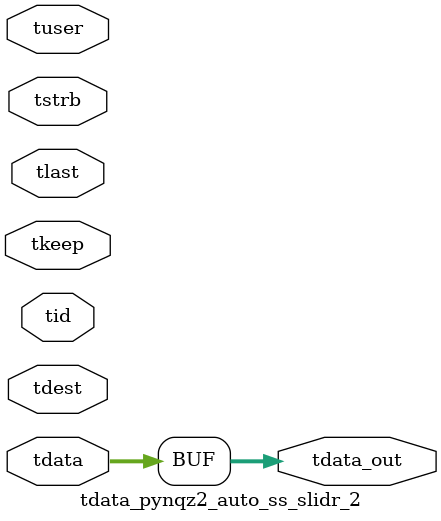
<source format=v>


`timescale 1ps/1ps

module tdata_pynqz2_auto_ss_slidr_2 #
(
parameter C_S_AXIS_TDATA_WIDTH = 32,
parameter C_S_AXIS_TUSER_WIDTH = 0,
parameter C_S_AXIS_TID_WIDTH   = 0,
parameter C_S_AXIS_TDEST_WIDTH = 0,
parameter C_M_AXIS_TDATA_WIDTH = 32
)
(
input  [(C_S_AXIS_TDATA_WIDTH == 0 ? 1 : C_S_AXIS_TDATA_WIDTH)-1:0     ] tdata,
input  [(C_S_AXIS_TUSER_WIDTH == 0 ? 1 : C_S_AXIS_TUSER_WIDTH)-1:0     ] tuser,
input  [(C_S_AXIS_TID_WIDTH   == 0 ? 1 : C_S_AXIS_TID_WIDTH)-1:0       ] tid,
input  [(C_S_AXIS_TDEST_WIDTH == 0 ? 1 : C_S_AXIS_TDEST_WIDTH)-1:0     ] tdest,
input  [(C_S_AXIS_TDATA_WIDTH/8)-1:0 ] tkeep,
input  [(C_S_AXIS_TDATA_WIDTH/8)-1:0 ] tstrb,
input                                                                    tlast,
output [C_M_AXIS_TDATA_WIDTH-1:0] tdata_out
);

assign tdata_out = {tdata[63:0]};

endmodule


</source>
